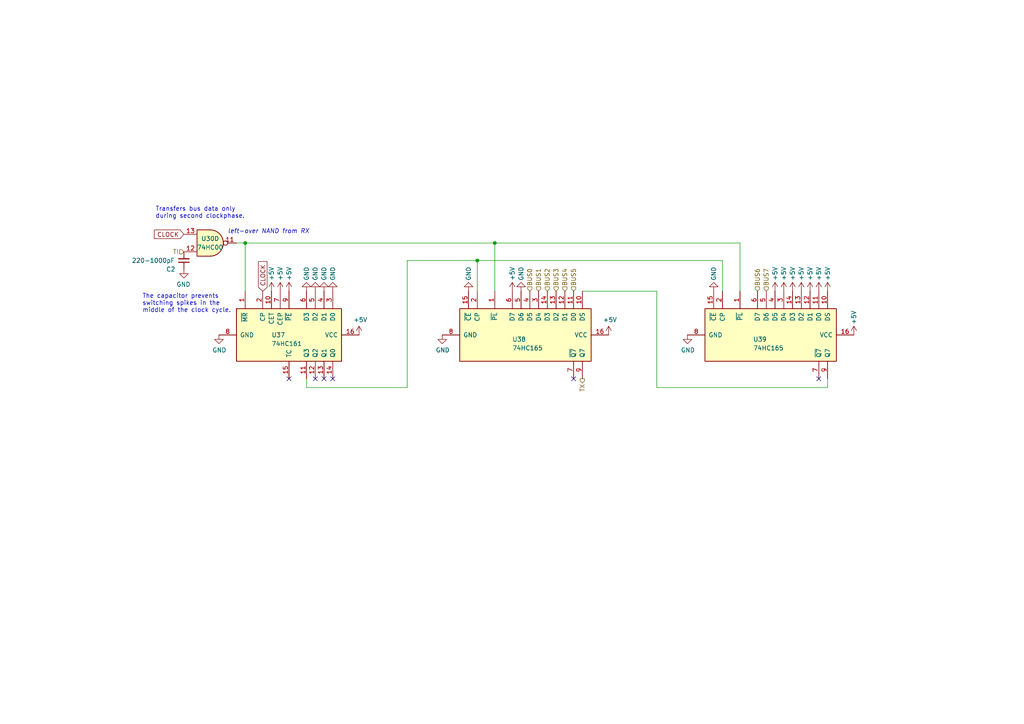
<source format=kicad_sch>
(kicad_sch (version 20211123) (generator eeschema)

  (uuid 58175766-a528-4fb2-ae9f-44f2b527a568)

  (paper "A4")

  (title_block
    (title "UART Transmitter")
    (date "2022-06-21")
    (rev "1.6")
    (comment 2 "creativecommons.org/licenses/by-nc-sa/3.0/deed.en")
    (comment 3 "License: CC BY-NC-SA 3.0")
    (comment 4 "Author: Carsten Herting (slu4)")
  )

  (lib_symbols
    (symbol "74xx:74HC00" (pin_names (offset 1.016)) (in_bom yes) (on_board yes)
      (property "Reference" "U" (id 0) (at 0 1.27 0)
        (effects (font (size 1.27 1.27)))
      )
      (property "Value" "74HC00" (id 1) (at 0 -1.27 0)
        (effects (font (size 1.27 1.27)))
      )
      (property "Footprint" "" (id 2) (at 0 0 0)
        (effects (font (size 1.27 1.27)) hide)
      )
      (property "Datasheet" "http://www.ti.com/lit/gpn/sn74hc00" (id 3) (at 0 0 0)
        (effects (font (size 1.27 1.27)) hide)
      )
      (property "ki_locked" "" (id 4) (at 0 0 0)
        (effects (font (size 1.27 1.27)))
      )
      (property "ki_keywords" "HCMOS nand 2-input" (id 5) (at 0 0 0)
        (effects (font (size 1.27 1.27)) hide)
      )
      (property "ki_description" "quad 2-input NAND gate" (id 6) (at 0 0 0)
        (effects (font (size 1.27 1.27)) hide)
      )
      (property "ki_fp_filters" "DIP*W7.62mm* SO14*" (id 7) (at 0 0 0)
        (effects (font (size 1.27 1.27)) hide)
      )
      (symbol "74HC00_1_1"
        (arc (start 0 -3.81) (mid 3.81 0) (end 0 3.81)
          (stroke (width 0.254) (type default) (color 0 0 0 0))
          (fill (type background))
        )
        (polyline
          (pts
            (xy 0 3.81)
            (xy -3.81 3.81)
            (xy -3.81 -3.81)
            (xy 0 -3.81)
          )
          (stroke (width 0.254) (type default) (color 0 0 0 0))
          (fill (type background))
        )
        (pin input line (at -7.62 2.54 0) (length 3.81)
          (name "~" (effects (font (size 1.27 1.27))))
          (number "1" (effects (font (size 1.27 1.27))))
        )
        (pin input line (at -7.62 -2.54 0) (length 3.81)
          (name "~" (effects (font (size 1.27 1.27))))
          (number "2" (effects (font (size 1.27 1.27))))
        )
        (pin output inverted (at 7.62 0 180) (length 3.81)
          (name "~" (effects (font (size 1.27 1.27))))
          (number "3" (effects (font (size 1.27 1.27))))
        )
      )
      (symbol "74HC00_1_2"
        (arc (start -3.81 -3.81) (mid -2.589 0) (end -3.81 3.81)
          (stroke (width 0.254) (type default) (color 0 0 0 0))
          (fill (type none))
        )
        (arc (start -0.6096 -3.81) (mid 2.1842 -2.5851) (end 3.81 0)
          (stroke (width 0.254) (type default) (color 0 0 0 0))
          (fill (type background))
        )
        (polyline
          (pts
            (xy -3.81 -3.81)
            (xy -0.635 -3.81)
          )
          (stroke (width 0.254) (type default) (color 0 0 0 0))
          (fill (type background))
        )
        (polyline
          (pts
            (xy -3.81 3.81)
            (xy -0.635 3.81)
          )
          (stroke (width 0.254) (type default) (color 0 0 0 0))
          (fill (type background))
        )
        (polyline
          (pts
            (xy -0.635 3.81)
            (xy -3.81 3.81)
            (xy -3.81 3.81)
            (xy -3.556 3.4036)
            (xy -3.0226 2.2606)
            (xy -2.6924 1.0414)
            (xy -2.6162 -0.254)
            (xy -2.7686 -1.4986)
            (xy -3.175 -2.7178)
            (xy -3.81 -3.81)
            (xy -3.81 -3.81)
            (xy -0.635 -3.81)
          )
          (stroke (width -25.4) (type default) (color 0 0 0 0))
          (fill (type background))
        )
        (arc (start 3.81 0) (mid 2.1915 2.5936) (end -0.6096 3.81)
          (stroke (width 0.254) (type default) (color 0 0 0 0))
          (fill (type background))
        )
        (pin input inverted (at -7.62 2.54 0) (length 4.318)
          (name "~" (effects (font (size 1.27 1.27))))
          (number "1" (effects (font (size 1.27 1.27))))
        )
        (pin input inverted (at -7.62 -2.54 0) (length 4.318)
          (name "~" (effects (font (size 1.27 1.27))))
          (number "2" (effects (font (size 1.27 1.27))))
        )
        (pin output line (at 7.62 0 180) (length 3.81)
          (name "~" (effects (font (size 1.27 1.27))))
          (number "3" (effects (font (size 1.27 1.27))))
        )
      )
      (symbol "74HC00_2_1"
        (arc (start 0 -3.81) (mid 3.81 0) (end 0 3.81)
          (stroke (width 0.254) (type default) (color 0 0 0 0))
          (fill (type background))
        )
        (polyline
          (pts
            (xy 0 3.81)
            (xy -3.81 3.81)
            (xy -3.81 -3.81)
            (xy 0 -3.81)
          )
          (stroke (width 0.254) (type default) (color 0 0 0 0))
          (fill (type background))
        )
        (pin input line (at -7.62 2.54 0) (length 3.81)
          (name "~" (effects (font (size 1.27 1.27))))
          (number "4" (effects (font (size 1.27 1.27))))
        )
        (pin input line (at -7.62 -2.54 0) (length 3.81)
          (name "~" (effects (font (size 1.27 1.27))))
          (number "5" (effects (font (size 1.27 1.27))))
        )
        (pin output inverted (at 7.62 0 180) (length 3.81)
          (name "~" (effects (font (size 1.27 1.27))))
          (number "6" (effects (font (size 1.27 1.27))))
        )
      )
      (symbol "74HC00_2_2"
        (arc (start -3.81 -3.81) (mid -2.589 0) (end -3.81 3.81)
          (stroke (width 0.254) (type default) (color 0 0 0 0))
          (fill (type none))
        )
        (arc (start -0.6096 -3.81) (mid 2.1842 -2.5851) (end 3.81 0)
          (stroke (width 0.254) (type default) (color 0 0 0 0))
          (fill (type background))
        )
        (polyline
          (pts
            (xy -3.81 -3.81)
            (xy -0.635 -3.81)
          )
          (stroke (width 0.254) (type default) (color 0 0 0 0))
          (fill (type background))
        )
        (polyline
          (pts
            (xy -3.81 3.81)
            (xy -0.635 3.81)
          )
          (stroke (width 0.254) (type default) (color 0 0 0 0))
          (fill (type background))
        )
        (polyline
          (pts
            (xy -0.635 3.81)
            (xy -3.81 3.81)
            (xy -3.81 3.81)
            (xy -3.556 3.4036)
            (xy -3.0226 2.2606)
            (xy -2.6924 1.0414)
            (xy -2.6162 -0.254)
            (xy -2.7686 -1.4986)
            (xy -3.175 -2.7178)
            (xy -3.81 -3.81)
            (xy -3.81 -3.81)
            (xy -0.635 -3.81)
          )
          (stroke (width -25.4) (type default) (color 0 0 0 0))
          (fill (type background))
        )
        (arc (start 3.81 0) (mid 2.1915 2.5936) (end -0.6096 3.81)
          (stroke (width 0.254) (type default) (color 0 0 0 0))
          (fill (type background))
        )
        (pin input inverted (at -7.62 2.54 0) (length 4.318)
          (name "~" (effects (font (size 1.27 1.27))))
          (number "4" (effects (font (size 1.27 1.27))))
        )
        (pin input inverted (at -7.62 -2.54 0) (length 4.318)
          (name "~" (effects (font (size 1.27 1.27))))
          (number "5" (effects (font (size 1.27 1.27))))
        )
        (pin output line (at 7.62 0 180) (length 3.81)
          (name "~" (effects (font (size 1.27 1.27))))
          (number "6" (effects (font (size 1.27 1.27))))
        )
      )
      (symbol "74HC00_3_1"
        (arc (start 0 -3.81) (mid 3.81 0) (end 0 3.81)
          (stroke (width 0.254) (type default) (color 0 0 0 0))
          (fill (type background))
        )
        (polyline
          (pts
            (xy 0 3.81)
            (xy -3.81 3.81)
            (xy -3.81 -3.81)
            (xy 0 -3.81)
          )
          (stroke (width 0.254) (type default) (color 0 0 0 0))
          (fill (type background))
        )
        (pin input line (at -7.62 -2.54 0) (length 3.81)
          (name "~" (effects (font (size 1.27 1.27))))
          (number "10" (effects (font (size 1.27 1.27))))
        )
        (pin output inverted (at 7.62 0 180) (length 3.81)
          (name "~" (effects (font (size 1.27 1.27))))
          (number "8" (effects (font (size 1.27 1.27))))
        )
        (pin input line (at -7.62 2.54 0) (length 3.81)
          (name "~" (effects (font (size 1.27 1.27))))
          (number "9" (effects (font (size 1.27 1.27))))
        )
      )
      (symbol "74HC00_3_2"
        (arc (start -3.81 -3.81) (mid -2.589 0) (end -3.81 3.81)
          (stroke (width 0.254) (type default) (color 0 0 0 0))
          (fill (type none))
        )
        (arc (start -0.6096 -3.81) (mid 2.1842 -2.5851) (end 3.81 0)
          (stroke (width 0.254) (type default) (color 0 0 0 0))
          (fill (type background))
        )
        (polyline
          (pts
            (xy -3.81 -3.81)
            (xy -0.635 -3.81)
          )
          (stroke (width 0.254) (type default) (color 0 0 0 0))
          (fill (type background))
        )
        (polyline
          (pts
            (xy -3.81 3.81)
            (xy -0.635 3.81)
          )
          (stroke (width 0.254) (type default) (color 0 0 0 0))
          (fill (type background))
        )
        (polyline
          (pts
            (xy -0.635 3.81)
            (xy -3.81 3.81)
            (xy -3.81 3.81)
            (xy -3.556 3.4036)
            (xy -3.0226 2.2606)
            (xy -2.6924 1.0414)
            (xy -2.6162 -0.254)
            (xy -2.7686 -1.4986)
            (xy -3.175 -2.7178)
            (xy -3.81 -3.81)
            (xy -3.81 -3.81)
            (xy -0.635 -3.81)
          )
          (stroke (width -25.4) (type default) (color 0 0 0 0))
          (fill (type background))
        )
        (arc (start 3.81 0) (mid 2.1915 2.5936) (end -0.6096 3.81)
          (stroke (width 0.254) (type default) (color 0 0 0 0))
          (fill (type background))
        )
        (pin input inverted (at -7.62 -2.54 0) (length 4.318)
          (name "~" (effects (font (size 1.27 1.27))))
          (number "10" (effects (font (size 1.27 1.27))))
        )
        (pin output line (at 7.62 0 180) (length 3.81)
          (name "~" (effects (font (size 1.27 1.27))))
          (number "8" (effects (font (size 1.27 1.27))))
        )
        (pin input inverted (at -7.62 2.54 0) (length 4.318)
          (name "~" (effects (font (size 1.27 1.27))))
          (number "9" (effects (font (size 1.27 1.27))))
        )
      )
      (symbol "74HC00_4_1"
        (arc (start 0 -3.81) (mid 3.81 0) (end 0 3.81)
          (stroke (width 0.254) (type default) (color 0 0 0 0))
          (fill (type background))
        )
        (polyline
          (pts
            (xy 0 3.81)
            (xy -3.81 3.81)
            (xy -3.81 -3.81)
            (xy 0 -3.81)
          )
          (stroke (width 0.254) (type default) (color 0 0 0 0))
          (fill (type background))
        )
        (pin output inverted (at 7.62 0 180) (length 3.81)
          (name "~" (effects (font (size 1.27 1.27))))
          (number "11" (effects (font (size 1.27 1.27))))
        )
        (pin input line (at -7.62 2.54 0) (length 3.81)
          (name "~" (effects (font (size 1.27 1.27))))
          (number "12" (effects (font (size 1.27 1.27))))
        )
        (pin input line (at -7.62 -2.54 0) (length 3.81)
          (name "~" (effects (font (size 1.27 1.27))))
          (number "13" (effects (font (size 1.27 1.27))))
        )
      )
      (symbol "74HC00_4_2"
        (arc (start -3.81 -3.81) (mid -2.589 0) (end -3.81 3.81)
          (stroke (width 0.254) (type default) (color 0 0 0 0))
          (fill (type none))
        )
        (arc (start -0.6096 -3.81) (mid 2.1842 -2.5851) (end 3.81 0)
          (stroke (width 0.254) (type default) (color 0 0 0 0))
          (fill (type background))
        )
        (polyline
          (pts
            (xy -3.81 -3.81)
            (xy -0.635 -3.81)
          )
          (stroke (width 0.254) (type default) (color 0 0 0 0))
          (fill (type background))
        )
        (polyline
          (pts
            (xy -3.81 3.81)
            (xy -0.635 3.81)
          )
          (stroke (width 0.254) (type default) (color 0 0 0 0))
          (fill (type background))
        )
        (polyline
          (pts
            (xy -0.635 3.81)
            (xy -3.81 3.81)
            (xy -3.81 3.81)
            (xy -3.556 3.4036)
            (xy -3.0226 2.2606)
            (xy -2.6924 1.0414)
            (xy -2.6162 -0.254)
            (xy -2.7686 -1.4986)
            (xy -3.175 -2.7178)
            (xy -3.81 -3.81)
            (xy -3.81 -3.81)
            (xy -0.635 -3.81)
          )
          (stroke (width -25.4) (type default) (color 0 0 0 0))
          (fill (type background))
        )
        (arc (start 3.81 0) (mid 2.1915 2.5936) (end -0.6096 3.81)
          (stroke (width 0.254) (type default) (color 0 0 0 0))
          (fill (type background))
        )
        (pin output line (at 7.62 0 180) (length 3.81)
          (name "~" (effects (font (size 1.27 1.27))))
          (number "11" (effects (font (size 1.27 1.27))))
        )
        (pin input inverted (at -7.62 2.54 0) (length 4.318)
          (name "~" (effects (font (size 1.27 1.27))))
          (number "12" (effects (font (size 1.27 1.27))))
        )
        (pin input inverted (at -7.62 -2.54 0) (length 4.318)
          (name "~" (effects (font (size 1.27 1.27))))
          (number "13" (effects (font (size 1.27 1.27))))
        )
      )
      (symbol "74HC00_5_0"
        (pin power_in line (at 0 12.7 270) (length 5.08)
          (name "VCC" (effects (font (size 1.27 1.27))))
          (number "14" (effects (font (size 1.27 1.27))))
        )
        (pin power_in line (at 0 -12.7 90) (length 5.08)
          (name "GND" (effects (font (size 1.27 1.27))))
          (number "7" (effects (font (size 1.27 1.27))))
        )
      )
      (symbol "74HC00_5_1"
        (rectangle (start -5.08 7.62) (end 5.08 -7.62)
          (stroke (width 0.254) (type default) (color 0 0 0 0))
          (fill (type background))
        )
      )
    )
    (symbol "8-Bit CPU 32k:74HC161" (pin_names (offset 1.016)) (in_bom yes) (on_board yes)
      (property "Reference" "U" (id 0) (at -7.62 16.51 0)
        (effects (font (size 1.27 1.27)))
      )
      (property "Value" "74HC161" (id 1) (at -7.62 -16.51 0)
        (effects (font (size 1.27 1.27)))
      )
      (property "Footprint" "" (id 2) (at 0 0 0)
        (effects (font (size 1.27 1.27)) hide)
      )
      (property "Datasheet" "http://www.ti.com/lit/gpn/sn74LS161" (id 3) (at 0 0 0)
        (effects (font (size 1.27 1.27)) hide)
      )
      (property "ki_locked" "" (id 4) (at 0 0 0)
        (effects (font (size 1.27 1.27)))
      )
      (property "ki_keywords" "TTL CNT CNT4" (id 5) (at 0 0 0)
        (effects (font (size 1.27 1.27)) hide)
      )
      (property "ki_description" "Synchronous 4-bit programmable binary Counter" (id 6) (at 0 0 0)
        (effects (font (size 1.27 1.27)) hide)
      )
      (property "ki_fp_filters" "DIP?16*" (id 7) (at 0 0 0)
        (effects (font (size 1.27 1.27)) hide)
      )
      (symbol "74HC161_1_0"
        (pin input line (at -12.7 -12.7 0) (length 5.08)
          (name "~{MR}" (effects (font (size 1.27 1.27))))
          (number "1" (effects (font (size 1.27 1.27))))
        )
        (pin input line (at -12.7 -5.08 0) (length 5.08)
          (name "CET" (effects (font (size 1.27 1.27))))
          (number "10" (effects (font (size 1.27 1.27))))
        )
        (pin output line (at 12.7 5.08 180) (length 5.08)
          (name "Q3" (effects (font (size 1.27 1.27))))
          (number "11" (effects (font (size 1.27 1.27))))
        )
        (pin output line (at 12.7 7.62 180) (length 5.08)
          (name "Q2" (effects (font (size 1.27 1.27))))
          (number "12" (effects (font (size 1.27 1.27))))
        )
        (pin output line (at 12.7 10.16 180) (length 5.08)
          (name "Q1" (effects (font (size 1.27 1.27))))
          (number "13" (effects (font (size 1.27 1.27))))
        )
        (pin output line (at 12.7 12.7 180) (length 5.08)
          (name "Q0" (effects (font (size 1.27 1.27))))
          (number "14" (effects (font (size 1.27 1.27))))
        )
        (pin output line (at 12.7 0 180) (length 5.08)
          (name "TC" (effects (font (size 1.27 1.27))))
          (number "15" (effects (font (size 1.27 1.27))))
        )
        (pin power_in line (at 0 20.32 270) (length 5.08)
          (name "VCC" (effects (font (size 1.27 1.27))))
          (number "16" (effects (font (size 1.27 1.27))))
        )
        (pin input line (at -12.7 -7.62 0) (length 5.08)
          (name "CP" (effects (font (size 1.27 1.27))))
          (number "2" (effects (font (size 1.27 1.27))))
        )
        (pin input line (at -12.7 12.7 0) (length 5.08)
          (name "D0" (effects (font (size 1.27 1.27))))
          (number "3" (effects (font (size 1.27 1.27))))
        )
        (pin input line (at -12.7 10.16 0) (length 5.08)
          (name "D1" (effects (font (size 1.27 1.27))))
          (number "4" (effects (font (size 1.27 1.27))))
        )
        (pin input line (at -12.7 7.62 0) (length 5.08)
          (name "D2" (effects (font (size 1.27 1.27))))
          (number "5" (effects (font (size 1.27 1.27))))
        )
        (pin input line (at -12.7 5.08 0) (length 5.08)
          (name "D3" (effects (font (size 1.27 1.27))))
          (number "6" (effects (font (size 1.27 1.27))))
        )
        (pin input line (at -12.7 -2.54 0) (length 5.08)
          (name "CEP" (effects (font (size 1.27 1.27))))
          (number "7" (effects (font (size 1.27 1.27))))
        )
        (pin power_in line (at 0 -20.32 90) (length 5.08)
          (name "GND" (effects (font (size 1.27 1.27))))
          (number "8" (effects (font (size 1.27 1.27))))
        )
        (pin input line (at -12.7 0 0) (length 5.08)
          (name "~{PE}" (effects (font (size 1.27 1.27))))
          (number "9" (effects (font (size 1.27 1.27))))
        )
      )
      (symbol "74HC161_1_1"
        (rectangle (start -7.62 15.24) (end 7.62 -15.24)
          (stroke (width 0.254) (type default) (color 0 0 0 0))
          (fill (type background))
        )
      )
    )
    (symbol "8-Bit CPU 32k:74HC165" (pin_names (offset 1.016)) (in_bom yes) (on_board yes)
      (property "Reference" "U" (id 0) (at -7.62 19.05 0)
        (effects (font (size 1.27 1.27)))
      )
      (property "Value" "74HC165" (id 1) (at -7.62 -21.59 0)
        (effects (font (size 1.27 1.27)))
      )
      (property "Footprint" "" (id 2) (at 0 0 0)
        (effects (font (size 1.27 1.27)) hide)
      )
      (property "Datasheet" "http://www.ti.com/lit/gpn/sn74LS165" (id 3) (at 0 0 0)
        (effects (font (size 1.27 1.27)) hide)
      )
      (property "ki_locked" "" (id 4) (at 0 0 0)
        (effects (font (size 1.27 1.27)))
      )
      (property "ki_keywords" "TTL SR SR8" (id 5) (at 0 0 0)
        (effects (font (size 1.27 1.27)) hide)
      )
      (property "ki_description" "Shift Register 8-bit, parallel load" (id 6) (at 0 0 0)
        (effects (font (size 1.27 1.27)) hide)
      )
      (property "ki_fp_filters" "DIP?16*" (id 7) (at 0 0 0)
        (effects (font (size 1.27 1.27)) hide)
      )
      (symbol "74HC165_1_0"
        (pin input line (at -12.7 -10.16 0) (length 5.08)
          (name "~{PL}" (effects (font (size 1.27 1.27))))
          (number "1" (effects (font (size 1.27 1.27))))
        )
        (pin input line (at -12.7 15.24 0) (length 5.08)
          (name "DS" (effects (font (size 1.27 1.27))))
          (number "10" (effects (font (size 1.27 1.27))))
        )
        (pin input line (at -12.7 12.7 0) (length 5.08)
          (name "D0" (effects (font (size 1.27 1.27))))
          (number "11" (effects (font (size 1.27 1.27))))
        )
        (pin input line (at -12.7 10.16 0) (length 5.08)
          (name "D1" (effects (font (size 1.27 1.27))))
          (number "12" (effects (font (size 1.27 1.27))))
        )
        (pin input line (at -12.7 7.62 0) (length 5.08)
          (name "D2" (effects (font (size 1.27 1.27))))
          (number "13" (effects (font (size 1.27 1.27))))
        )
        (pin input line (at -12.7 5.08 0) (length 5.08)
          (name "D3" (effects (font (size 1.27 1.27))))
          (number "14" (effects (font (size 1.27 1.27))))
        )
        (pin input line (at -12.7 -17.78 0) (length 5.08)
          (name "~{CE}" (effects (font (size 1.27 1.27))))
          (number "15" (effects (font (size 1.27 1.27))))
        )
        (pin power_in line (at 0 22.86 270) (length 5.08)
          (name "VCC" (effects (font (size 1.27 1.27))))
          (number "16" (effects (font (size 1.27 1.27))))
        )
        (pin input line (at -12.7 -15.24 0) (length 5.08)
          (name "CP" (effects (font (size 1.27 1.27))))
          (number "2" (effects (font (size 1.27 1.27))))
        )
        (pin input line (at -12.7 2.54 0) (length 5.08)
          (name "D4" (effects (font (size 1.27 1.27))))
          (number "3" (effects (font (size 1.27 1.27))))
        )
        (pin input line (at -12.7 0 0) (length 5.08)
          (name "D5" (effects (font (size 1.27 1.27))))
          (number "4" (effects (font (size 1.27 1.27))))
        )
        (pin input line (at -12.7 -2.54 0) (length 5.08)
          (name "D6" (effects (font (size 1.27 1.27))))
          (number "5" (effects (font (size 1.27 1.27))))
        )
        (pin input line (at -12.7 -5.08 0) (length 5.08)
          (name "D7" (effects (font (size 1.27 1.27))))
          (number "6" (effects (font (size 1.27 1.27))))
        )
        (pin output line (at 12.7 12.7 180) (length 5.08)
          (name "~{Q7}" (effects (font (size 1.27 1.27))))
          (number "7" (effects (font (size 1.27 1.27))))
        )
        (pin power_in line (at 0 -25.4 90) (length 5.08)
          (name "GND" (effects (font (size 1.27 1.27))))
          (number "8" (effects (font (size 1.27 1.27))))
        )
        (pin output line (at 12.7 15.24 180) (length 5.08)
          (name "Q7" (effects (font (size 1.27 1.27))))
          (number "9" (effects (font (size 1.27 1.27))))
        )
      )
      (symbol "74HC165_1_1"
        (rectangle (start -7.62 17.78) (end 7.62 -20.32)
          (stroke (width 0.254) (type default) (color 0 0 0 0))
          (fill (type background))
        )
      )
    )
    (symbol "Device:C_Small" (pin_numbers hide) (pin_names (offset 0.254) hide) (in_bom yes) (on_board yes)
      (property "Reference" "C" (id 0) (at 0.254 1.778 0)
        (effects (font (size 1.27 1.27)) (justify left))
      )
      (property "Value" "C_Small" (id 1) (at 0.254 -2.032 0)
        (effects (font (size 1.27 1.27)) (justify left))
      )
      (property "Footprint" "" (id 2) (at 0 0 0)
        (effects (font (size 1.27 1.27)) hide)
      )
      (property "Datasheet" "~" (id 3) (at 0 0 0)
        (effects (font (size 1.27 1.27)) hide)
      )
      (property "ki_keywords" "capacitor cap" (id 4) (at 0 0 0)
        (effects (font (size 1.27 1.27)) hide)
      )
      (property "ki_description" "Unpolarized capacitor, small symbol" (id 5) (at 0 0 0)
        (effects (font (size 1.27 1.27)) hide)
      )
      (property "ki_fp_filters" "C_*" (id 6) (at 0 0 0)
        (effects (font (size 1.27 1.27)) hide)
      )
      (symbol "C_Small_0_1"
        (polyline
          (pts
            (xy -1.524 -0.508)
            (xy 1.524 -0.508)
          )
          (stroke (width 0.3302) (type default) (color 0 0 0 0))
          (fill (type none))
        )
        (polyline
          (pts
            (xy -1.524 0.508)
            (xy 1.524 0.508)
          )
          (stroke (width 0.3048) (type default) (color 0 0 0 0))
          (fill (type none))
        )
      )
      (symbol "C_Small_1_1"
        (pin passive line (at 0 2.54 270) (length 2.032)
          (name "~" (effects (font (size 1.27 1.27))))
          (number "1" (effects (font (size 1.27 1.27))))
        )
        (pin passive line (at 0 -2.54 90) (length 2.032)
          (name "~" (effects (font (size 1.27 1.27))))
          (number "2" (effects (font (size 1.27 1.27))))
        )
      )
    )
    (symbol "power:+5V" (power) (pin_names (offset 0)) (in_bom yes) (on_board yes)
      (property "Reference" "#PWR" (id 0) (at 0 -3.81 0)
        (effects (font (size 1.27 1.27)) hide)
      )
      (property "Value" "+5V" (id 1) (at 0 3.556 0)
        (effects (font (size 1.27 1.27)))
      )
      (property "Footprint" "" (id 2) (at 0 0 0)
        (effects (font (size 1.27 1.27)) hide)
      )
      (property "Datasheet" "" (id 3) (at 0 0 0)
        (effects (font (size 1.27 1.27)) hide)
      )
      (property "ki_keywords" "power-flag" (id 4) (at 0 0 0)
        (effects (font (size 1.27 1.27)) hide)
      )
      (property "ki_description" "Power symbol creates a global label with name \"+5V\"" (id 5) (at 0 0 0)
        (effects (font (size 1.27 1.27)) hide)
      )
      (symbol "+5V_0_1"
        (polyline
          (pts
            (xy -0.762 1.27)
            (xy 0 2.54)
          )
          (stroke (width 0) (type default) (color 0 0 0 0))
          (fill (type none))
        )
        (polyline
          (pts
            (xy 0 0)
            (xy 0 2.54)
          )
          (stroke (width 0) (type default) (color 0 0 0 0))
          (fill (type none))
        )
        (polyline
          (pts
            (xy 0 2.54)
            (xy 0.762 1.27)
          )
          (stroke (width 0) (type default) (color 0 0 0 0))
          (fill (type none))
        )
      )
      (symbol "+5V_1_1"
        (pin power_in line (at 0 0 90) (length 0) hide
          (name "+5V" (effects (font (size 1.27 1.27))))
          (number "1" (effects (font (size 1.27 1.27))))
        )
      )
    )
    (symbol "power:GND" (power) (pin_names (offset 0)) (in_bom yes) (on_board yes)
      (property "Reference" "#PWR" (id 0) (at 0 -6.35 0)
        (effects (font (size 1.27 1.27)) hide)
      )
      (property "Value" "GND" (id 1) (at 0 -3.81 0)
        (effects (font (size 1.27 1.27)))
      )
      (property "Footprint" "" (id 2) (at 0 0 0)
        (effects (font (size 1.27 1.27)) hide)
      )
      (property "Datasheet" "" (id 3) (at 0 0 0)
        (effects (font (size 1.27 1.27)) hide)
      )
      (property "ki_keywords" "power-flag" (id 4) (at 0 0 0)
        (effects (font (size 1.27 1.27)) hide)
      )
      (property "ki_description" "Power symbol creates a global label with name \"GND\" , ground" (id 5) (at 0 0 0)
        (effects (font (size 1.27 1.27)) hide)
      )
      (symbol "GND_0_1"
        (polyline
          (pts
            (xy 0 0)
            (xy 0 -1.27)
            (xy 1.27 -1.27)
            (xy 0 -2.54)
            (xy -1.27 -1.27)
            (xy 0 -1.27)
          )
          (stroke (width 0) (type default) (color 0 0 0 0))
          (fill (type none))
        )
      )
      (symbol "GND_1_1"
        (pin power_in line (at 0 0 270) (length 0) hide
          (name "GND" (effects (font (size 1.27 1.27))))
          (number "1" (effects (font (size 1.27 1.27))))
        )
      )
    )
  )

  (junction (at 71.12 70.485) (diameter 0) (color 0 0 0 0)
    (uuid 63775e7d-9919-43c5-bce9-9c945fd6a758)
  )
  (junction (at 143.51 70.485) (diameter 0) (color 0 0 0 0)
    (uuid cc3452de-1120-4c93-b25e-576e5e8f76e3)
  )
  (junction (at 138.43 75.565) (diameter 0) (color 0 0 0 0)
    (uuid ea0632bc-fb14-4c1a-a375-1d77188b9b78)
  )

  (no_connect (at 237.49 109.855) (uuid 00fe2fa1-209c-40c5-9c42-7bfbfa67df51))
  (no_connect (at 83.82 109.855) (uuid 633c153b-098c-418b-bc3e-17aff2d8eeee))
  (no_connect (at 91.44 109.855) (uuid ba7b9ccb-3925-428d-8c7a-9f3da81a07df))
  (no_connect (at 96.52 109.855) (uuid be3f13bd-797c-46cc-b38c-8ea62def12e9))
  (no_connect (at 166.37 109.855) (uuid d8b21c41-a23c-4996-8aa1-fb7544e6060e))
  (no_connect (at 93.98 109.855) (uuid f80f6ecb-9b1e-4071-99a3-f262af45e64f))

  (wire (pts (xy 88.9 109.855) (xy 88.9 112.395))
    (stroke (width 0) (type default) (color 0 0 0 0))
    (uuid 0518d253-7646-416c-8697-4b5e9153dcb0)
  )
  (wire (pts (xy 240.03 112.395) (xy 240.03 109.855))
    (stroke (width 0) (type default) (color 0 0 0 0))
    (uuid 0b22015d-e116-4239-8a91-7c61ae9b9145)
  )
  (wire (pts (xy 118.11 75.565) (xy 118.11 112.395))
    (stroke (width 0) (type default) (color 0 0 0 0))
    (uuid 0b4cee34-874e-4838-876f-a0b87b58ca52)
  )
  (wire (pts (xy 214.63 70.485) (xy 214.63 84.455))
    (stroke (width 0) (type default) (color 0 0 0 0))
    (uuid 375495d6-c66c-44eb-b21e-ec5d6175e6d7)
  )
  (wire (pts (xy 209.55 75.565) (xy 209.55 84.455))
    (stroke (width 0) (type default) (color 0 0 0 0))
    (uuid 4a2a0af7-aa39-4dd6-a61b-7b57cd0489de)
  )
  (wire (pts (xy 143.51 70.485) (xy 71.12 70.485))
    (stroke (width 0) (type default) (color 0 0 0 0))
    (uuid 760123c7-e5c8-4c23-9873-85537331d717)
  )
  (wire (pts (xy 138.43 84.455) (xy 138.43 75.565))
    (stroke (width 0) (type default) (color 0 0 0 0))
    (uuid 83a3c5ae-0991-4190-9fe2-584147905fd6)
  )
  (wire (pts (xy 118.11 112.395) (xy 88.9 112.395))
    (stroke (width 0) (type default) (color 0 0 0 0))
    (uuid 8d7bd93d-9d1b-4933-8dba-14068bfdf02f)
  )
  (wire (pts (xy 138.43 75.565) (xy 118.11 75.565))
    (stroke (width 0) (type default) (color 0 0 0 0))
    (uuid 99c98684-8e4d-4568-aca8-9c56476035b6)
  )
  (wire (pts (xy 190.5 84.455) (xy 190.5 112.395))
    (stroke (width 0) (type default) (color 0 0 0 0))
    (uuid aa40df75-2297-4ca6-8a99-092ab484e75d)
  )
  (wire (pts (xy 71.12 70.485) (xy 71.12 84.455))
    (stroke (width 0) (type default) (color 0 0 0 0))
    (uuid af817f20-3ff4-4bd9-b84a-7ee5efaa50a9)
  )
  (wire (pts (xy 68.58 70.485) (xy 71.12 70.485))
    (stroke (width 0) (type default) (color 0 0 0 0))
    (uuid e6e96e56-e7c7-4d45-b064-d951e6f2fbd6)
  )
  (wire (pts (xy 138.43 75.565) (xy 209.55 75.565))
    (stroke (width 0) (type default) (color 0 0 0 0))
    (uuid e9ff53bb-f209-4376-a4c9-9baa9e5d5473)
  )
  (wire (pts (xy 190.5 112.395) (xy 240.03 112.395))
    (stroke (width 0) (type default) (color 0 0 0 0))
    (uuid f0178143-575f-49dc-a724-b84ea643e17c)
  )
  (wire (pts (xy 168.91 84.455) (xy 190.5 84.455))
    (stroke (width 0) (type default) (color 0 0 0 0))
    (uuid f72f0e84-d022-4a9e-94e4-e4d36d9c0eb3)
  )
  (wire (pts (xy 143.51 84.455) (xy 143.51 70.485))
    (stroke (width 0) (type default) (color 0 0 0 0))
    (uuid f9434ddc-ea97-4971-acb9-ec233b96ac08)
  )
  (wire (pts (xy 143.51 70.485) (xy 214.63 70.485))
    (stroke (width 0) (type default) (color 0 0 0 0))
    (uuid fb99efd7-06a4-48fd-9554-0c7e8e226e76)
  )

  (text "The capacitor prevents\nswitching spikes in the\nmiddle of the clock cycle."
    (at 41.275 90.805 0)
    (effects (font (size 1.27 1.27)) (justify left bottom))
    (uuid 1bb5bb40-87a7-46a1-9887-6b4962964bf0)
  )
  (text "left-over NAND from RX" (at 66.04 67.945 0)
    (effects (font (size 1.27 1.27) italic) (justify left bottom))
    (uuid 8742296e-c150-4cba-be67-61a1d208d1c1)
  )
  (text "Transfers bus data only\nduring second clockphase." (at 45.085 63.5 0)
    (effects (font (size 1.27 1.27)) (justify left bottom))
    (uuid a3021710-8a4c-42f7-ac6e-20a81a071ab6)
  )

  (global_label "CLOCK" (shape input) (at 53.34 67.945 180) (fields_autoplaced)
    (effects (font (size 1.27 1.27)) (justify right))
    (uuid 8b2a0ffc-48a7-455f-8024-76dee9869a40)
    (property "Intersheet References" "${INTERSHEET_REFS}" (id 0) (at 2.54 147.955 0)
      (effects (font (size 1.27 1.27)) hide)
    )
  )
  (global_label "CLOCK" (shape input) (at 76.2 84.455 90) (fields_autoplaced)
    (effects (font (size 1.27 1.27)) (justify left))
    (uuid ca1221c7-300b-4265-b5e2-868f88788518)
    (property "Intersheet References" "${INTERSHEET_REFS}" (id 0) (at 2.54 -6.985 0)
      (effects (font (size 1.27 1.27)) hide)
    )
  )

  (hierarchical_label "BUS6" (shape input) (at 219.71 84.455 90)
    (effects (font (size 1.27 1.27)) (justify left))
    (uuid 10f7126e-7090-4c03-8a19-13efa53cae48)
  )
  (hierarchical_label "BUS3" (shape input) (at 161.29 84.455 90)
    (effects (font (size 1.27 1.27)) (justify left))
    (uuid 2f41f790-9eff-4486-a485-af5962cc98c4)
  )
  (hierarchical_label "TI" (shape input) (at 53.34 73.025 180)
    (effects (font (size 1.27 1.27)) (justify right))
    (uuid 34e2c20d-6761-4247-8eb6-293ddbbc8804)
  )
  (hierarchical_label "BUS1" (shape input) (at 156.21 84.455 90)
    (effects (font (size 1.27 1.27)) (justify left))
    (uuid 5cf1e57a-7c5d-4653-966f-d986136a5a7c)
  )
  (hierarchical_label "BUS0" (shape input) (at 153.67 84.455 90)
    (effects (font (size 1.27 1.27)) (justify left))
    (uuid 818906fb-12f6-4f4d-b3f7-5c6b36c224aa)
  )
  (hierarchical_label "BUS5" (shape input) (at 166.37 84.455 90)
    (effects (font (size 1.27 1.27)) (justify left))
    (uuid 892c9595-fbc5-4f31-b203-3a3c005b68bb)
  )
  (hierarchical_label "BUS7" (shape input) (at 222.25 84.455 90)
    (effects (font (size 1.27 1.27)) (justify left))
    (uuid d7e6227d-7076-4031-b1fb-859efea03e2a)
  )
  (hierarchical_label "TX" (shape output) (at 168.91 109.855 270)
    (effects (font (size 1.27 1.27)) (justify right))
    (uuid de3d19f1-987b-4f73-a2df-2f360493304d)
  )
  (hierarchical_label "BUS2" (shape input) (at 158.75 84.455 90)
    (effects (font (size 1.27 1.27)) (justify left))
    (uuid ef6ad726-15a4-4122-b496-5bc442a8ecde)
  )
  (hierarchical_label "BUS4" (shape input) (at 163.83 84.455 90)
    (effects (font (size 1.27 1.27)) (justify left))
    (uuid f51f8f72-0aad-4179-b90c-f7fda44161d4)
  )

  (symbol (lib_id "power:GND") (at 91.44 84.455 180) (unit 1)
    (in_bom yes) (on_board yes)
    (uuid 09b22336-7633-4156-89d8-d03c0b0adf0e)
    (property "Reference" "#PWR043" (id 0) (at 91.44 78.105 0)
      (effects (font (size 1.27 1.27)) hide)
    )
    (property "Value" "GND" (id 1) (at 91.44 79.375 90))
    (property "Footprint" "" (id 2) (at 91.44 84.455 0)
      (effects (font (size 1.27 1.27)) hide)
    )
    (property "Datasheet" "" (id 3) (at 91.44 84.455 0)
      (effects (font (size 1.27 1.27)) hide)
    )
    (pin "1" (uuid f1675273-9b59-409d-b5d1-b56f62b2f045))
  )

  (symbol (lib_id "power:GND") (at 96.52 84.455 180) (unit 1)
    (in_bom yes) (on_board yes)
    (uuid 0f61ca78-ddd7-4521-a5b0-1f03507b5260)
    (property "Reference" "#PWR045" (id 0) (at 96.52 78.105 0)
      (effects (font (size 1.27 1.27)) hide)
    )
    (property "Value" "GND" (id 1) (at 96.52 79.375 90))
    (property "Footprint" "" (id 2) (at 96.52 84.455 0)
      (effects (font (size 1.27 1.27)) hide)
    )
    (property "Datasheet" "" (id 3) (at 96.52 84.455 0)
      (effects (font (size 1.27 1.27)) hide)
    )
    (pin "1" (uuid 7e9d274e-1505-4eec-99e9-c257a1058114))
  )

  (symbol (lib_id "power:+5V") (at 83.82 84.455 0) (unit 1)
    (in_bom yes) (on_board yes)
    (uuid 14177955-33d6-4dc3-bf33-e733fc65768c)
    (property "Reference" "#PWR041" (id 0) (at 83.82 88.265 0)
      (effects (font (size 1.27 1.27)) hide)
    )
    (property "Value" "+5V" (id 1) (at 83.82 79.375 90))
    (property "Footprint" "" (id 2) (at 83.82 84.455 0)
      (effects (font (size 1.27 1.27)) hide)
    )
    (property "Datasheet" "" (id 3) (at 83.82 84.455 0)
      (effects (font (size 1.27 1.27)) hide)
    )
    (pin "1" (uuid b9c189d3-7655-44f7-ae27-3517709c3802))
  )

  (symbol (lib_id "power:+5V") (at 232.41 84.455 0) (unit 1)
    (in_bom yes) (on_board yes)
    (uuid 146b012a-077c-4a4e-863a-bed577f2696c)
    (property "Reference" "#PWR057" (id 0) (at 232.41 88.265 0)
      (effects (font (size 1.27 1.27)) hide)
    )
    (property "Value" "+5V" (id 1) (at 232.41 79.375 90))
    (property "Footprint" "" (id 2) (at 232.41 84.455 0)
      (effects (font (size 1.27 1.27)) hide)
    )
    (property "Datasheet" "" (id 3) (at 232.41 84.455 0)
      (effects (font (size 1.27 1.27)) hide)
    )
    (pin "1" (uuid 65ef740c-dd8d-4c3f-8764-adcaa7dedaac))
  )

  (symbol (lib_id "power:+5V") (at 229.87 84.455 0) (unit 1)
    (in_bom yes) (on_board yes)
    (uuid 146fa967-032e-4668-a086-617bfd02ced6)
    (property "Reference" "#PWR056" (id 0) (at 229.87 88.265 0)
      (effects (font (size 1.27 1.27)) hide)
    )
    (property "Value" "+5V" (id 1) (at 229.87 79.375 90))
    (property "Footprint" "" (id 2) (at 229.87 84.455 0)
      (effects (font (size 1.27 1.27)) hide)
    )
    (property "Datasheet" "" (id 3) (at 229.87 84.455 0)
      (effects (font (size 1.27 1.27)) hide)
    )
    (pin "1" (uuid 0b7ee0b4-c29c-42ca-b4b1-16a314d114aa))
  )

  (symbol (lib_id "8-Bit CPU 32k:74HC165") (at 224.79 97.155 270) (unit 1)
    (in_bom yes) (on_board yes)
    (uuid 18f71be3-64f1-420c-b31a-896c069ff1be)
    (property "Reference" "U39" (id 0) (at 218.44 98.425 90)
      (effects (font (size 1.27 1.27)) (justify left))
    )
    (property "Value" "74HC165" (id 1) (at 218.44 100.965 90)
      (effects (font (size 1.27 1.27)) (justify left))
    )
    (property "Footprint" "Package_DIP:DIP-16_W7.62mm" (id 2) (at 224.79 97.155 0)
      (effects (font (size 1.27 1.27)) hide)
    )
    (property "Datasheet" "http://www.ti.com/lit/gpn/sn74LS165" (id 3) (at 224.79 97.155 0)
      (effects (font (size 1.27 1.27)) hide)
    )
    (pin "1" (uuid ed4295cb-91e8-4f89-be9d-469c981a4e72))
    (pin "10" (uuid 88c65b31-247a-4c10-8f69-fb5cf072c80d))
    (pin "11" (uuid 4d611134-7153-4863-aeb6-659ead160192))
    (pin "12" (uuid 2272fe2e-79b2-4e55-9023-a9ab1d276ef3))
    (pin "13" (uuid 92b0f82f-4071-4574-8e9f-42215d23e56e))
    (pin "14" (uuid 44d5cd7e-af4f-4254-892c-604289aee11c))
    (pin "15" (uuid 74090d3a-84f9-4bed-87fc-4c9a217bcdca))
    (pin "16" (uuid 23d9dae7-5a57-4210-80a3-8acbcac89420))
    (pin "2" (uuid 6160f12e-c8a0-452d-808f-d7d13601d594))
    (pin "3" (uuid 08c6b354-8a23-4e3a-bcb8-e5a44529112a))
    (pin "4" (uuid 96c25586-dbeb-45dd-9f09-fec5db45b27b))
    (pin "5" (uuid c4ee0be2-f5f0-487e-9864-6e098a56b880))
    (pin "6" (uuid faf0d9f7-22c2-4338-830c-f6d688f88c99))
    (pin "7" (uuid d054b164-0c80-4086-8237-040e52cce371))
    (pin "8" (uuid 9696db4b-d21e-47e8-8f62-e95db0c859af))
    (pin "9" (uuid c8ac40ab-0042-4858-bfab-c616c223ca16))
  )

  (symbol (lib_id "power:+5V") (at 237.49 84.455 0) (unit 1)
    (in_bom yes) (on_board yes)
    (uuid 26d3816b-2977-4677-9e4e-0ffb518aaf24)
    (property "Reference" "#PWR059" (id 0) (at 237.49 88.265 0)
      (effects (font (size 1.27 1.27)) hide)
    )
    (property "Value" "+5V" (id 1) (at 237.49 79.375 90))
    (property "Footprint" "" (id 2) (at 237.49 84.455 0)
      (effects (font (size 1.27 1.27)) hide)
    )
    (property "Datasheet" "" (id 3) (at 237.49 84.455 0)
      (effects (font (size 1.27 1.27)) hide)
    )
    (pin "1" (uuid eb2f81f5-67ea-4fb1-b64b-2710ce7b4fb4))
  )

  (symbol (lib_id "power:+5V") (at 148.59 84.455 0) (unit 1)
    (in_bom yes) (on_board yes)
    (uuid 34cab16f-6e34-4980-bc64-36b3cb0ee4de)
    (property "Reference" "#PWR049" (id 0) (at 148.59 88.265 0)
      (effects (font (size 1.27 1.27)) hide)
    )
    (property "Value" "+5V" (id 1) (at 148.59 79.375 90))
    (property "Footprint" "" (id 2) (at 148.59 84.455 0)
      (effects (font (size 1.27 1.27)) hide)
    )
    (property "Datasheet" "" (id 3) (at 148.59 84.455 0)
      (effects (font (size 1.27 1.27)) hide)
    )
    (pin "1" (uuid b3ab6c24-4c21-4097-88db-8147725e6bec))
  )

  (symbol (lib_id "power:+5V") (at 78.74 84.455 0) (unit 1)
    (in_bom yes) (on_board yes)
    (uuid 3a9fddfd-e809-49e3-b5b8-e8c7e6cf15ca)
    (property "Reference" "#PWR039" (id 0) (at 78.74 88.265 0)
      (effects (font (size 1.27 1.27)) hide)
    )
    (property "Value" "+5V" (id 1) (at 78.74 79.375 90))
    (property "Footprint" "" (id 2) (at 78.74 84.455 0)
      (effects (font (size 1.27 1.27)) hide)
    )
    (property "Datasheet" "" (id 3) (at 78.74 84.455 0)
      (effects (font (size 1.27 1.27)) hide)
    )
    (pin "1" (uuid 06e52f80-99d0-4671-b7b6-3ce90a5a4481))
  )

  (symbol (lib_id "power:GND") (at 63.5 97.155 0) (unit 1)
    (in_bom yes) (on_board yes)
    (uuid 3d4390c6-6090-4f7a-bee6-9904bdce386e)
    (property "Reference" "#PWR038" (id 0) (at 63.5 103.505 0)
      (effects (font (size 1.27 1.27)) hide)
    )
    (property "Value" "GND" (id 1) (at 63.627 101.5492 0))
    (property "Footprint" "" (id 2) (at 63.5 97.155 0)
      (effects (font (size 1.27 1.27)) hide)
    )
    (property "Datasheet" "" (id 3) (at 63.5 97.155 0)
      (effects (font (size 1.27 1.27)) hide)
    )
    (pin "1" (uuid 35ff5231-c8c5-4eec-890a-73ebb40defb8))
  )

  (symbol (lib_id "8-Bit CPU 32k:74HC165") (at 153.67 97.155 270) (unit 1)
    (in_bom yes) (on_board yes)
    (uuid 4802890f-3cf7-4c6f-ac3c-c3ca54e70d63)
    (property "Reference" "U38" (id 0) (at 148.59 98.425 90)
      (effects (font (size 1.27 1.27)) (justify left))
    )
    (property "Value" "74HC165" (id 1) (at 148.59 100.965 90)
      (effects (font (size 1.27 1.27)) (justify left))
    )
    (property "Footprint" "Package_DIP:DIP-16_W7.62mm" (id 2) (at 153.67 97.155 0)
      (effects (font (size 1.27 1.27)) hide)
    )
    (property "Datasheet" "http://www.ti.com/lit/gpn/sn74LS165" (id 3) (at 153.67 97.155 0)
      (effects (font (size 1.27 1.27)) hide)
    )
    (pin "1" (uuid 12ce1e6d-4c9b-435d-bda6-f3d2ef1dd9de))
    (pin "10" (uuid 5e38b7b8-6516-438a-9487-5c81bc439fd6))
    (pin "11" (uuid 0c6fa5d0-66b1-4bb9-9c0f-833f1026ff52))
    (pin "12" (uuid 331b147c-ae8f-4af0-9bfb-2d6704beff59))
    (pin "13" (uuid 0fd9ee7c-70cd-428f-94ac-fbff5a4fb634))
    (pin "14" (uuid 97e1e0cb-f80f-4b10-89bc-740a4804b164))
    (pin "15" (uuid 7eed23f9-18ae-44d2-a2fc-c9de66e27ee4))
    (pin "16" (uuid 919bd131-3200-4c79-8ff2-c58e9e2a154a))
    (pin "2" (uuid 541acdec-1d57-4e87-8f00-629d1a12e741))
    (pin "3" (uuid fe89e8ba-e9b5-41c4-9b41-9c71d1425a05))
    (pin "4" (uuid 13cf69ca-7eeb-4bea-853d-45fad23c2cb9))
    (pin "5" (uuid bc8f3dce-6d0e-4a52-a2ce-1c65334ae644))
    (pin "6" (uuid c7944ba0-7343-42d2-9a49-26cfd508c930))
    (pin "7" (uuid 2b2f1b48-754f-40aa-a806-e88c2505279d))
    (pin "8" (uuid 99a63198-db58-4f15-9463-bea7cffdc42a))
    (pin "9" (uuid 99ea3d60-1f33-45b6-9828-9db6046b0a6c))
  )

  (symbol (lib_id "power:+5V") (at 227.33 84.455 0) (unit 1)
    (in_bom yes) (on_board yes)
    (uuid 48c3656a-02c2-4455-a11c-ad4d1787ea46)
    (property "Reference" "#PWR055" (id 0) (at 227.33 88.265 0)
      (effects (font (size 1.27 1.27)) hide)
    )
    (property "Value" "+5V" (id 1) (at 227.33 79.375 90))
    (property "Footprint" "" (id 2) (at 227.33 84.455 0)
      (effects (font (size 1.27 1.27)) hide)
    )
    (property "Datasheet" "" (id 3) (at 227.33 84.455 0)
      (effects (font (size 1.27 1.27)) hide)
    )
    (pin "1" (uuid c1c1b0b3-c532-4717-9753-730c9f09a5e5))
  )

  (symbol (lib_id "power:GND") (at 53.34 78.105 0) (mirror y) (unit 1)
    (in_bom yes) (on_board yes)
    (uuid 4a653435-1ea5-4ad2-a2ad-4c2356dd258f)
    (property "Reference" "#PWR037" (id 0) (at 53.34 84.455 0)
      (effects (font (size 1.27 1.27)) hide)
    )
    (property "Value" "GND" (id 1) (at 53.213 82.4992 0))
    (property "Footprint" "" (id 2) (at 53.34 78.105 0)
      (effects (font (size 1.27 1.27)) hide)
    )
    (property "Datasheet" "" (id 3) (at 53.34 78.105 0)
      (effects (font (size 1.27 1.27)) hide)
    )
    (pin "1" (uuid e841abd8-47a4-4b0a-9315-6dea9c3a3978))
  )

  (symbol (lib_id "power:+5V") (at 176.53 97.155 0) (unit 1)
    (in_bom yes) (on_board yes)
    (uuid 4aebe4d1-60c4-4078-bd5c-39f5549f1981)
    (property "Reference" "#PWR051" (id 0) (at 176.53 100.965 0)
      (effects (font (size 1.27 1.27)) hide)
    )
    (property "Value" "+5V" (id 1) (at 176.911 92.7608 0))
    (property "Footprint" "" (id 2) (at 176.53 97.155 0)
      (effects (font (size 1.27 1.27)) hide)
    )
    (property "Datasheet" "" (id 3) (at 176.53 97.155 0)
      (effects (font (size 1.27 1.27)) hide)
    )
    (pin "1" (uuid bf7466a6-edf1-45aa-9894-28820e0da61a))
  )

  (symbol (lib_id "74xx:74HC00") (at 60.96 70.485 0) (mirror x) (unit 4)
    (in_bom yes) (on_board yes)
    (uuid 4ebc467a-6a46-464f-acf7-66ab424b66a8)
    (property "Reference" "U30" (id 0) (at 60.96 69.215 0))
    (property "Value" "74HC00" (id 1) (at 60.96 71.755 0))
    (property "Footprint" "Package_DIP:DIP-14_W7.62mm" (id 2) (at 60.96 70.485 0)
      (effects (font (size 1.27 1.27)) hide)
    )
    (property "Datasheet" "http://www.ti.com/lit/gpn/sn74hc00" (id 3) (at 60.96 70.485 0)
      (effects (font (size 1.27 1.27)) hide)
    )
    (pin "1" (uuid 50e78f2c-3e24-4714-b29a-c5f580906712))
    (pin "2" (uuid 71be38a8-98f7-4c3a-8d88-76e476c4d910))
    (pin "3" (uuid 35fe96bd-f45b-4bf1-b0fc-eb9914642f60))
    (pin "4" (uuid a24daf38-19f3-4618-80f5-fd815ac579e0))
    (pin "5" (uuid 5aefb5c4-769a-4bc8-b517-2e37446292f1))
    (pin "6" (uuid eb5ff5e6-b342-41e0-ae84-996e59a893a4))
    (pin "10" (uuid e7be5117-8fe0-4449-a51a-0f7828405f9e))
    (pin "8" (uuid 6027cb3a-38c9-4ee8-90d0-ae11a12c7e12))
    (pin "9" (uuid a3b4760a-b575-46fe-b36e-bd4737352b84))
    (pin "11" (uuid e74474a9-17cb-4040-84c9-6d832cf23ff9))
    (pin "12" (uuid e4cb4643-40ab-4dd6-a759-9fd765c50318))
    (pin "13" (uuid 04df0e3e-6cc6-4e40-be45-4c86569c1853))
    (pin "14" (uuid 4bc28374-559d-4a4a-be1e-ddda8a058e55))
    (pin "7" (uuid 4fd336cc-8b76-4b02-b7e6-3ecf63b2b74b))
  )

  (symbol (lib_id "power:+5V") (at 81.28 84.455 0) (unit 1)
    (in_bom yes) (on_board yes)
    (uuid 5c65585e-d000-4e73-a02f-13e6ee6e8389)
    (property "Reference" "#PWR040" (id 0) (at 81.28 88.265 0)
      (effects (font (size 1.27 1.27)) hide)
    )
    (property "Value" "+5V" (id 1) (at 81.28 79.375 90))
    (property "Footprint" "" (id 2) (at 81.28 84.455 0)
      (effects (font (size 1.27 1.27)) hide)
    )
    (property "Datasheet" "" (id 3) (at 81.28 84.455 0)
      (effects (font (size 1.27 1.27)) hide)
    )
    (pin "1" (uuid f8643144-3171-4c45-bfc4-5b02380c1090))
  )

  (symbol (lib_id "power:+5V") (at 234.95 84.455 0) (unit 1)
    (in_bom yes) (on_board yes)
    (uuid 6452db8f-01ba-4a08-843d-398a5ccdba49)
    (property "Reference" "#PWR058" (id 0) (at 234.95 88.265 0)
      (effects (font (size 1.27 1.27)) hide)
    )
    (property "Value" "+5V" (id 1) (at 234.95 79.375 90))
    (property "Footprint" "" (id 2) (at 234.95 84.455 0)
      (effects (font (size 1.27 1.27)) hide)
    )
    (property "Datasheet" "" (id 3) (at 234.95 84.455 0)
      (effects (font (size 1.27 1.27)) hide)
    )
    (pin "1" (uuid 8afd0a7b-2261-42b4-8dc7-11b5bd271bfb))
  )

  (symbol (lib_id "power:GND") (at 93.98 84.455 180) (unit 1)
    (in_bom yes) (on_board yes)
    (uuid 675a6f73-966c-48a2-837e-212699d5ba6c)
    (property "Reference" "#PWR044" (id 0) (at 93.98 78.105 0)
      (effects (font (size 1.27 1.27)) hide)
    )
    (property "Value" "GND" (id 1) (at 93.98 79.375 90))
    (property "Footprint" "" (id 2) (at 93.98 84.455 0)
      (effects (font (size 1.27 1.27)) hide)
    )
    (property "Datasheet" "" (id 3) (at 93.98 84.455 0)
      (effects (font (size 1.27 1.27)) hide)
    )
    (pin "1" (uuid 3b704297-ca74-4629-b55d-cb2641780aec))
  )

  (symbol (lib_id "power:GND") (at 207.01 84.455 180) (unit 1)
    (in_bom yes) (on_board yes)
    (uuid 83582806-2e51-40c9-a88e-916112db570b)
    (property "Reference" "#PWR053" (id 0) (at 207.01 78.105 0)
      (effects (font (size 1.27 1.27)) hide)
    )
    (property "Value" "GND" (id 1) (at 207.01 79.375 90))
    (property "Footprint" "" (id 2) (at 207.01 84.455 0)
      (effects (font (size 1.27 1.27)) hide)
    )
    (property "Datasheet" "" (id 3) (at 207.01 84.455 0)
      (effects (font (size 1.27 1.27)) hide)
    )
    (pin "1" (uuid 06b29b0d-b287-43e2-86e5-44246ee6b26b))
  )

  (symbol (lib_id "power:GND") (at 135.89 84.455 180) (unit 1)
    (in_bom yes) (on_board yes)
    (uuid 8c5241de-97d9-4a24-a357-b7214e65121f)
    (property "Reference" "#PWR048" (id 0) (at 135.89 78.105 0)
      (effects (font (size 1.27 1.27)) hide)
    )
    (property "Value" "GND" (id 1) (at 135.89 79.375 90))
    (property "Footprint" "" (id 2) (at 135.89 84.455 0)
      (effects (font (size 1.27 1.27)) hide)
    )
    (property "Datasheet" "" (id 3) (at 135.89 84.455 0)
      (effects (font (size 1.27 1.27)) hide)
    )
    (pin "1" (uuid 54f5270a-9ef3-4dc7-a26b-1b017118080d))
  )

  (symbol (lib_id "power:+5V") (at 104.14 97.155 0) (unit 1)
    (in_bom yes) (on_board yes)
    (uuid 9c2f4a24-066a-4d98-ba2f-06bbce23119c)
    (property "Reference" "#PWR046" (id 0) (at 104.14 100.965 0)
      (effects (font (size 1.27 1.27)) hide)
    )
    (property "Value" "+5V" (id 1) (at 104.521 92.7608 0))
    (property "Footprint" "" (id 2) (at 104.14 97.155 0)
      (effects (font (size 1.27 1.27)) hide)
    )
    (property "Datasheet" "" (id 3) (at 104.14 97.155 0)
      (effects (font (size 1.27 1.27)) hide)
    )
    (pin "1" (uuid 500c0f17-5300-40b3-a807-084947caed33))
  )

  (symbol (lib_id "power:GND") (at 88.9 84.455 180) (unit 1)
    (in_bom yes) (on_board yes)
    (uuid a826a24a-8598-4aee-81a0-1e79bc71ca1d)
    (property "Reference" "#PWR042" (id 0) (at 88.9 78.105 0)
      (effects (font (size 1.27 1.27)) hide)
    )
    (property "Value" "GND" (id 1) (at 88.9 79.375 90))
    (property "Footprint" "" (id 2) (at 88.9 84.455 0)
      (effects (font (size 1.27 1.27)) hide)
    )
    (property "Datasheet" "" (id 3) (at 88.9 84.455 0)
      (effects (font (size 1.27 1.27)) hide)
    )
    (pin "1" (uuid 42082832-b65f-4460-b384-e92ffad76199))
  )

  (symbol (lib_id "power:+5V") (at 240.03 84.455 0) (unit 1)
    (in_bom yes) (on_board yes)
    (uuid b1e15ba3-7f90-4162-94cc-0fe459fa8262)
    (property "Reference" "#PWR060" (id 0) (at 240.03 88.265 0)
      (effects (font (size 1.27 1.27)) hide)
    )
    (property "Value" "+5V" (id 1) (at 240.03 79.375 90))
    (property "Footprint" "" (id 2) (at 240.03 84.455 0)
      (effects (font (size 1.27 1.27)) hide)
    )
    (property "Datasheet" "" (id 3) (at 240.03 84.455 0)
      (effects (font (size 1.27 1.27)) hide)
    )
    (pin "1" (uuid bc543c03-b8f1-476a-9794-bbd0b0076402))
  )

  (symbol (lib_id "power:GND") (at 199.39 97.155 0) (unit 1)
    (in_bom yes) (on_board yes)
    (uuid b2fe48c9-00a5-4f44-836d-517e6f2943a2)
    (property "Reference" "#PWR052" (id 0) (at 199.39 103.505 0)
      (effects (font (size 1.27 1.27)) hide)
    )
    (property "Value" "GND" (id 1) (at 199.517 101.5492 0))
    (property "Footprint" "" (id 2) (at 199.39 97.155 0)
      (effects (font (size 1.27 1.27)) hide)
    )
    (property "Datasheet" "" (id 3) (at 199.39 97.155 0)
      (effects (font (size 1.27 1.27)) hide)
    )
    (pin "1" (uuid f0b6f4ce-1f77-465e-bc8b-49a8c5b2e8a6))
  )

  (symbol (lib_id "power:GND") (at 151.13 84.455 180) (unit 1)
    (in_bom yes) (on_board yes)
    (uuid c29d5772-5476-4792-bfb8-555327d0245f)
    (property "Reference" "#PWR050" (id 0) (at 151.13 78.105 0)
      (effects (font (size 1.27 1.27)) hide)
    )
    (property "Value" "GND" (id 1) (at 151.13 79.375 90))
    (property "Footprint" "" (id 2) (at 151.13 84.455 0)
      (effects (font (size 1.27 1.27)) hide)
    )
    (property "Datasheet" "" (id 3) (at 151.13 84.455 0)
      (effects (font (size 1.27 1.27)) hide)
    )
    (pin "1" (uuid d9f5ab74-2d82-4ffb-9ce4-546e45d120a4))
  )

  (symbol (lib_id "power:+5V") (at 247.65 97.155 0) (unit 1)
    (in_bom yes) (on_board yes)
    (uuid ccd5b027-1f91-49c4-9575-4367d2d5babd)
    (property "Reference" "#PWR067" (id 0) (at 247.65 100.965 0)
      (effects (font (size 1.27 1.27)) hide)
    )
    (property "Value" "+5V" (id 1) (at 247.65 92.075 90))
    (property "Footprint" "" (id 2) (at 247.65 97.155 0)
      (effects (font (size 1.27 1.27)) hide)
    )
    (property "Datasheet" "" (id 3) (at 247.65 97.155 0)
      (effects (font (size 1.27 1.27)) hide)
    )
    (pin "1" (uuid 0ede7caf-bfae-4586-a3a5-de1bbe5cf544))
  )

  (symbol (lib_id "power:+5V") (at 224.79 84.455 0) (unit 1)
    (in_bom yes) (on_board yes)
    (uuid ce6394ef-5d71-4d4e-9477-5358dae3d568)
    (property "Reference" "#PWR054" (id 0) (at 224.79 88.265 0)
      (effects (font (size 1.27 1.27)) hide)
    )
    (property "Value" "+5V" (id 1) (at 224.79 79.375 90))
    (property "Footprint" "" (id 2) (at 224.79 84.455 0)
      (effects (font (size 1.27 1.27)) hide)
    )
    (property "Datasheet" "" (id 3) (at 224.79 84.455 0)
      (effects (font (size 1.27 1.27)) hide)
    )
    (pin "1" (uuid a2f95ff9-7a5f-473f-b121-75796459f85c))
  )

  (symbol (lib_id "power:GND") (at 128.27 97.155 0) (unit 1)
    (in_bom yes) (on_board yes)
    (uuid d033fbdf-4abb-4343-8f62-470fe250204a)
    (property "Reference" "#PWR047" (id 0) (at 128.27 103.505 0)
      (effects (font (size 1.27 1.27)) hide)
    )
    (property "Value" "GND" (id 1) (at 128.397 101.5492 0))
    (property "Footprint" "" (id 2) (at 128.27 97.155 0)
      (effects (font (size 1.27 1.27)) hide)
    )
    (property "Datasheet" "" (id 3) (at 128.27 97.155 0)
      (effects (font (size 1.27 1.27)) hide)
    )
    (pin "1" (uuid e0e73541-4030-4385-ad91-98ab6095e9ae))
  )

  (symbol (lib_id "Device:C_Small") (at 53.34 75.565 0) (mirror x) (unit 1)
    (in_bom yes) (on_board yes)
    (uuid e832ac5f-5534-4954-9546-4bc64ddf772c)
    (property "Reference" "C2" (id 0) (at 49.53 78.105 0))
    (property "Value" "220-1000pF" (id 1) (at 44.45 75.565 0))
    (property "Footprint" "Capacitor_THT:C_Disc_D3.8mm_W2.6mm_P2.50mm" (id 2) (at 53.34 75.565 0)
      (effects (font (size 1.27 1.27)) hide)
    )
    (property "Datasheet" "~" (id 3) (at 53.34 75.565 0)
      (effects (font (size 1.27 1.27)) hide)
    )
    (pin "1" (uuid 19a880e8-9220-4ccf-bed4-e84708e882b2))
    (pin "2" (uuid 5fe2bf2a-f4ef-4693-95d1-36855723b888))
  )

  (symbol (lib_id "8-Bit CPU 32k:74HC161") (at 83.82 97.155 270) (unit 1)
    (in_bom yes) (on_board yes)
    (uuid e9d1f33b-47e3-42c0-9b41-0b09aa362d08)
    (property "Reference" "U37" (id 0) (at 78.74 97.155 90)
      (effects (font (size 1.27 1.27)) (justify left))
    )
    (property "Value" "74HC161" (id 1) (at 78.74 99.695 90)
      (effects (font (size 1.27 1.27)) (justify left))
    )
    (property "Footprint" "Package_DIP:DIP-16_W7.62mm" (id 2) (at 83.82 97.155 0)
      (effects (font (size 1.27 1.27)) hide)
    )
    (property "Datasheet" "http://www.ti.com/lit/gpn/sn74LS161" (id 3) (at 83.82 97.155 0)
      (effects (font (size 1.27 1.27)) hide)
    )
    (pin "1" (uuid 2d56ba74-cbf6-43ed-98de-24f62362238e))
    (pin "10" (uuid e48ffc38-8fed-4882-ae52-d8ab3323943b))
    (pin "11" (uuid 8e2f7de9-8c53-4e09-8a3a-a9012e5e7eb0))
    (pin "12" (uuid a10f9e85-7658-4da6-b3c5-6106499c04a1))
    (pin "13" (uuid 82323426-83ac-4510-8d6d-e73c78ba1559))
    (pin "14" (uuid e6179e73-3ad5-4f15-957c-06466fe6e9b6))
    (pin "15" (uuid 305e906d-f017-46d5-873e-eed026b1cb1d))
    (pin "16" (uuid 43a6e2e7-0a8d-44bf-9a39-12a238a8962d))
    (pin "2" (uuid 439b3668-62eb-4b09-bc75-679a0c655ba7))
    (pin "3" (uuid 2c8d3f9d-a704-4dd0-9a25-19c573ea310c))
    (pin "4" (uuid 73660f73-86a5-48c2-95e0-06bcfd31ac5f))
    (pin "5" (uuid 45d3b26c-8a0f-4222-86e9-3b6ead4ddeb4))
    (pin "6" (uuid 10ce7b99-9d36-40ae-a452-f8db87ce13df))
    (pin "7" (uuid 4da44581-c03a-42e4-a54e-b317612ea7ac))
    (pin "8" (uuid 2a6912c9-35fc-43e1-9412-6a627849ae81))
    (pin "9" (uuid d8c880a2-d635-4b56-bdf3-91d83eb528d6))
  )
)

</source>
